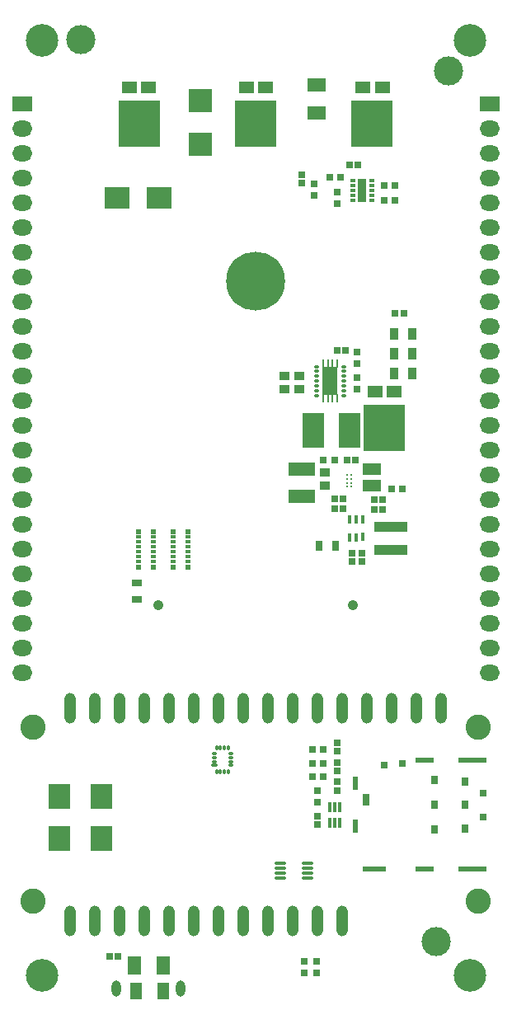
<source format=gbs>
G04*
G04 #@! TF.GenerationSoftware,Altium Limited,Altium Designer,22.4.2 (48)*
G04*
G04 Layer_Color=16711935*
%FSLAX25Y25*%
%MOIN*%
G70*
G04*
G04 #@! TF.SameCoordinates,63F2D315-15D7-4541-B076-0863086383BD*
G04*
G04*
G04 #@! TF.FilePolarity,Negative*
G04*
G01*
G75*
%ADD39C,0.11811*%
G04:AMPARAMS|DCode=40|XSize=47.64mil|YSize=124.02mil|CornerRadius=23.82mil|HoleSize=0mil|Usage=FLASHONLY|Rotation=0.000|XOffset=0mil|YOffset=0mil|HoleType=Round|Shape=RoundedRectangle|*
%AMROUNDEDRECTD40*
21,1,0.04764,0.07638,0,0,0.0*
21,1,0.00000,0.12402,0,0,0.0*
1,1,0.04764,0.00000,-0.03819*
1,1,0.04764,0.00000,-0.03819*
1,1,0.04764,0.00000,0.03819*
1,1,0.04764,0.00000,0.03819*
%
%ADD40ROUNDEDRECTD40*%
G04:AMPARAMS|DCode=41|XSize=45.28mil|YSize=124.02mil|CornerRadius=22.64mil|HoleSize=0mil|Usage=FLASHONLY|Rotation=0.000|XOffset=0mil|YOffset=0mil|HoleType=Round|Shape=RoundedRectangle|*
%AMROUNDEDRECTD41*
21,1,0.04528,0.07874,0,0,0.0*
21,1,0.00000,0.12402,0,0,0.0*
1,1,0.04528,0.00000,-0.03937*
1,1,0.04528,0.00000,-0.03937*
1,1,0.04528,0.00000,0.03937*
1,1,0.04528,0.00000,0.03937*
%
%ADD41ROUNDEDRECTD41*%
%ADD42C,0.04134*%
%ADD43O,0.03740X0.06496*%
%ADD44C,0.23819*%
%ADD45O,0.08071X0.06496*%
%ADD46R,0.08071X0.06496*%
%ADD47C,0.10197*%
%ADD48C,0.13189*%
%ADD114R,0.04134X0.03740*%
%ADD115R,0.09252X0.09252*%
%ADD116R,0.02165X0.01181*%
%ADD117R,0.03504X0.09646*%
%ADD118R,0.08858X0.13976*%
%ADD119C,0.01161*%
%ADD120R,0.16535X0.18504*%
%ADD121R,0.05906X0.04724*%
%ADD122O,0.02559X0.01142*%
%ADD123R,0.06417X0.11417*%
%ADD124R,0.00984X0.03248*%
%ADD125R,0.01378X0.04095*%
G04:AMPARAMS|DCode=126|XSize=46.06mil|YSize=12.6mil|CornerRadius=2.31mil|HoleSize=0mil|Usage=FLASHONLY|Rotation=0.000|XOffset=0mil|YOffset=0mil|HoleType=Round|Shape=RoundedRectangle|*
%AMROUNDEDRECTD126*
21,1,0.04606,0.00797,0,0,0.0*
21,1,0.04144,0.01260,0,0,0.0*
1,1,0.00463,0.02072,-0.00399*
1,1,0.00463,-0.02072,-0.00399*
1,1,0.00463,-0.02072,0.00399*
1,1,0.00463,0.02072,0.00399*
%
%ADD126ROUNDEDRECTD126*%
%ADD127R,0.02221X0.01925*%
%ADD128R,0.02221X0.01236*%
%ADD129R,0.04921X0.06693*%
G04:AMPARAMS|DCode=130|XSize=20.2mil|YSize=10.63mil|CornerRadius=2.07mil|HoleSize=0mil|Usage=FLASHONLY|Rotation=0.000|XOffset=0mil|YOffset=0mil|HoleType=Round|Shape=RoundedRectangle|*
%AMROUNDEDRECTD130*
21,1,0.02020,0.00650,0,0,0.0*
21,1,0.01606,0.01063,0,0,0.0*
1,1,0.00413,0.00803,-0.00325*
1,1,0.00413,-0.00803,-0.00325*
1,1,0.00413,-0.00803,0.00325*
1,1,0.00413,0.00803,0.00325*
%
%ADD130ROUNDEDRECTD130*%
G04:AMPARAMS|DCode=131|XSize=24.1mil|YSize=10.83mil|CornerRadius=2.09mil|HoleSize=0mil|Usage=FLASHONLY|Rotation=0.000|XOffset=0mil|YOffset=0mil|HoleType=Round|Shape=RoundedRectangle|*
%AMROUNDEDRECTD131*
21,1,0.02410,0.00664,0,0,0.0*
21,1,0.01991,0.01083,0,0,0.0*
1,1,0.00418,0.00996,-0.00332*
1,1,0.00418,-0.00996,-0.00332*
1,1,0.00418,-0.00996,0.00332*
1,1,0.00418,0.00996,0.00332*
%
%ADD131ROUNDEDRECTD131*%
G04:AMPARAMS|DCode=132|XSize=20.2mil|YSize=10.63mil|CornerRadius=2.07mil|HoleSize=0mil|Usage=FLASHONLY|Rotation=270.000|XOffset=0mil|YOffset=0mil|HoleType=Round|Shape=RoundedRectangle|*
%AMROUNDEDRECTD132*
21,1,0.02020,0.00650,0,0,270.0*
21,1,0.01606,0.01063,0,0,270.0*
1,1,0.00413,-0.00325,-0.00803*
1,1,0.00413,-0.00325,0.00803*
1,1,0.00413,0.00325,0.00803*
1,1,0.00413,0.00325,-0.00803*
%
%ADD132ROUNDEDRECTD132*%
%ADD133R,0.01575X0.03740*%
%ADD134R,0.01575X0.03347*%
%ADD135R,0.11614X0.01968*%
%ADD136R,0.02953X0.03740*%
%ADD137R,0.02559X0.02559*%
%ADD138R,0.07677X0.01968*%
%ADD139R,0.09646X0.01968*%
%ADD140R,0.02165X0.05709*%
%ADD141R,0.02756X0.04921*%
%ADD142R,0.02953X0.03150*%
%ADD143R,0.02953X0.02953*%
%ADD144R,0.13583X0.04055*%
%ADD145R,0.04134X0.02953*%
%ADD146R,0.08661X0.09843*%
%ADD147R,0.03543X0.04528*%
%ADD148R,0.10827X0.05315*%
%ADD149R,0.05315X0.07284*%
%ADD150R,0.02559X0.02717*%
%ADD151R,0.07362X0.04921*%
%ADD152R,0.07284X0.05315*%
%ADD153R,0.02717X0.02559*%
%ADD154R,0.09843X0.08661*%
%ADD155R,0.02953X0.04134*%
%ADD156R,0.02559X0.03150*%
%ADD157R,0.03150X0.02559*%
D39*
X172754Y27500D02*
D03*
X29254Y392000D02*
D03*
X177754Y379500D02*
D03*
D40*
X175000Y121740D02*
D03*
D41*
X115000D02*
D03*
X125000D02*
D03*
X135000D02*
D03*
X145000D02*
D03*
X155000D02*
D03*
X165000D02*
D03*
X105000D02*
D03*
X95000D02*
D03*
X85000D02*
D03*
X75000D02*
D03*
X65000D02*
D03*
X55000D02*
D03*
X45000D02*
D03*
X35000D02*
D03*
X25000D02*
D03*
X135000Y35740D02*
D03*
X25000D02*
D03*
X35000D02*
D03*
X45000D02*
D03*
X55000D02*
D03*
X65000D02*
D03*
X75000D02*
D03*
X85000D02*
D03*
X95000D02*
D03*
X105000D02*
D03*
X115000D02*
D03*
X125000D02*
D03*
D42*
X60630Y163386D02*
D03*
X139370D02*
D03*
D43*
X43701Y8268D02*
D03*
X69685D02*
D03*
D44*
X100000Y294291D02*
D03*
D45*
X5512Y136142D02*
D03*
Y146142D02*
D03*
Y156142D02*
D03*
Y166142D02*
D03*
Y176142D02*
D03*
Y186142D02*
D03*
Y196142D02*
D03*
Y206142D02*
D03*
Y216142D02*
D03*
Y226142D02*
D03*
Y236142D02*
D03*
Y246142D02*
D03*
Y256142D02*
D03*
Y266142D02*
D03*
Y276142D02*
D03*
Y286142D02*
D03*
Y296142D02*
D03*
Y306142D02*
D03*
Y316142D02*
D03*
Y326142D02*
D03*
Y336142D02*
D03*
Y346142D02*
D03*
Y356142D02*
D03*
X194488Y136142D02*
D03*
Y146142D02*
D03*
Y156142D02*
D03*
Y166142D02*
D03*
Y176142D02*
D03*
Y186142D02*
D03*
Y196142D02*
D03*
Y206142D02*
D03*
Y216142D02*
D03*
Y226142D02*
D03*
Y236142D02*
D03*
Y246142D02*
D03*
Y256142D02*
D03*
Y266142D02*
D03*
Y276142D02*
D03*
Y286142D02*
D03*
Y296142D02*
D03*
Y306142D02*
D03*
Y316142D02*
D03*
Y326142D02*
D03*
Y336142D02*
D03*
Y346142D02*
D03*
Y356142D02*
D03*
D46*
X5512Y366142D02*
D03*
X194488D02*
D03*
D47*
X10000Y43740D02*
D03*
Y114016D02*
D03*
X190000D02*
D03*
Y43740D02*
D03*
D48*
X186614Y391732D02*
D03*
X13386Y13780D02*
D03*
X186614D02*
D03*
X13386Y391732D02*
D03*
D114*
X128000Y217158D02*
D03*
Y211842D02*
D03*
X117500Y256157D02*
D03*
Y250842D02*
D03*
X111500Y256157D02*
D03*
Y250842D02*
D03*
D115*
X77500Y367358D02*
D03*
Y349642D02*
D03*
D116*
X139260Y334937D02*
D03*
X146740D02*
D03*
X139260Y332968D02*
D03*
X146740D02*
D03*
X139260Y331000D02*
D03*
X146740D02*
D03*
X139260Y329031D02*
D03*
X146740D02*
D03*
X139260Y327063D02*
D03*
X146740D02*
D03*
D117*
X143000Y331000D02*
D03*
D118*
X137784Y234000D02*
D03*
X123216D02*
D03*
D119*
X138500Y216000D02*
D03*
Y214425D02*
D03*
Y212850D02*
D03*
Y211276D02*
D03*
X136925Y216000D02*
D03*
Y214425D02*
D03*
Y212850D02*
D03*
Y211276D02*
D03*
D120*
X146744Y358000D02*
D03*
X152000Y235063D02*
D03*
X52756Y358000D02*
D03*
X100000D02*
D03*
D121*
X151122Y372764D02*
D03*
X143366D02*
D03*
X155878Y249827D02*
D03*
X148122D02*
D03*
X56634Y372764D02*
D03*
X48878D02*
D03*
X96122D02*
D03*
X103878D02*
D03*
D122*
X135512Y259906D02*
D03*
Y257937D02*
D03*
Y255968D02*
D03*
Y254000D02*
D03*
Y252031D02*
D03*
Y250063D02*
D03*
Y248095D02*
D03*
X124488D02*
D03*
Y250063D02*
D03*
Y252031D02*
D03*
Y254000D02*
D03*
Y255968D02*
D03*
Y257937D02*
D03*
Y259906D02*
D03*
D123*
X130000Y254000D02*
D03*
D124*
X127284Y246913D02*
D03*
X129095D02*
D03*
X130905D02*
D03*
X132717D02*
D03*
Y261087D02*
D03*
X130905D02*
D03*
X129095D02*
D03*
X127284D02*
D03*
D125*
X133968Y81669D02*
D03*
X130032D02*
D03*
X132000D02*
D03*
X133968Y75331D02*
D03*
X132000D02*
D03*
X130032D02*
D03*
D126*
X121031Y53047D02*
D03*
Y55016D02*
D03*
Y56984D02*
D03*
Y58953D02*
D03*
X109968D02*
D03*
Y56984D02*
D03*
Y55016D02*
D03*
Y53047D02*
D03*
D127*
X66547Y178766D02*
D03*
Y193234D02*
D03*
X72453D02*
D03*
Y178766D02*
D03*
X52547D02*
D03*
Y193234D02*
D03*
X58453D02*
D03*
Y178766D02*
D03*
D128*
X66547Y181079D02*
D03*
Y188953D02*
D03*
Y183047D02*
D03*
Y185016D02*
D03*
Y186984D02*
D03*
Y190921D02*
D03*
X72453D02*
D03*
Y186984D02*
D03*
Y185016D02*
D03*
Y183047D02*
D03*
Y188953D02*
D03*
Y181079D02*
D03*
X52547D02*
D03*
Y188953D02*
D03*
Y183047D02*
D03*
Y185016D02*
D03*
Y186984D02*
D03*
Y190921D02*
D03*
X58453D02*
D03*
Y186984D02*
D03*
Y185016D02*
D03*
Y183047D02*
D03*
Y188953D02*
D03*
Y181079D02*
D03*
D129*
X51488Y7283D02*
D03*
X62512D02*
D03*
D130*
X89827Y98638D02*
D03*
Y100213D02*
D03*
Y101787D02*
D03*
Y103362D02*
D03*
X83173D02*
D03*
Y101787D02*
D03*
Y100213D02*
D03*
D131*
X83370Y98638D02*
D03*
D132*
X84138Y96098D02*
D03*
X85713D02*
D03*
X87287D02*
D03*
X88862D02*
D03*
Y105902D02*
D03*
X87287D02*
D03*
X85713D02*
D03*
X84138D02*
D03*
D133*
X143059Y190992D02*
D03*
D134*
X140500Y190795D02*
D03*
X137941D02*
D03*
Y198000D02*
D03*
X140500D02*
D03*
X143059D02*
D03*
D135*
X187402Y56693D02*
D03*
Y100689D02*
D03*
D136*
X184646Y72992D02*
D03*
X172165Y72598D02*
D03*
Y82598D02*
D03*
X184646D02*
D03*
Y92205D02*
D03*
X172165Y92598D02*
D03*
D137*
X191929Y77795D02*
D03*
Y87402D02*
D03*
D138*
X168307Y56693D02*
D03*
Y100689D02*
D03*
D139*
X148031Y56693D02*
D03*
D140*
X140354Y73937D02*
D03*
Y91260D02*
D03*
D141*
X144587Y84764D02*
D03*
D142*
X151969Y98721D02*
D03*
D143*
X159055Y99410D02*
D03*
D144*
X154500Y195165D02*
D03*
Y185835D02*
D03*
D145*
X52000Y172346D02*
D03*
Y165654D02*
D03*
D146*
X37500Y85965D02*
D03*
Y69035D02*
D03*
X20500D02*
D03*
Y85965D02*
D03*
D147*
X163142Y257000D02*
D03*
X155858D02*
D03*
X163142Y265000D02*
D03*
X155858D02*
D03*
X163142Y273000D02*
D03*
X155858D02*
D03*
D148*
X118500Y218512D02*
D03*
Y207488D02*
D03*
D149*
X50984Y17857D02*
D03*
X62402D02*
D03*
D150*
X159732Y281500D02*
D03*
X156268D02*
D03*
X141232Y341500D02*
D03*
X137768D02*
D03*
X44232Y21500D02*
D03*
X40768D02*
D03*
X151232Y202000D02*
D03*
X147768D02*
D03*
Y206000D02*
D03*
X151232D02*
D03*
X132768Y266500D02*
D03*
X136232D02*
D03*
X140232Y222000D02*
D03*
X136768D02*
D03*
X135232Y206500D02*
D03*
X131768D02*
D03*
X131768Y202500D02*
D03*
X135232D02*
D03*
D151*
X147000Y211614D02*
D03*
Y218386D02*
D03*
D152*
X124500Y362291D02*
D03*
Y373709D02*
D03*
D153*
X125000Y78232D02*
D03*
Y74768D02*
D03*
X133000Y99732D02*
D03*
Y96268D02*
D03*
Y104268D02*
D03*
Y107732D02*
D03*
Y92000D02*
D03*
Y88535D02*
D03*
X118504Y334095D02*
D03*
Y337559D02*
D03*
X143000Y181000D02*
D03*
Y184465D02*
D03*
X139000D02*
D03*
Y181000D02*
D03*
D154*
X44035Y328000D02*
D03*
X60965D02*
D03*
D155*
X125654Y187500D02*
D03*
X132346D02*
D03*
D156*
X133000Y330264D02*
D03*
Y325736D02*
D03*
X125000Y83736D02*
D03*
Y88264D02*
D03*
X123622Y333760D02*
D03*
Y329232D02*
D03*
X119500Y14736D02*
D03*
Y19264D02*
D03*
X124500Y14736D02*
D03*
Y19264D02*
D03*
X141000Y255264D02*
D03*
Y250736D02*
D03*
Y261236D02*
D03*
Y265764D02*
D03*
D157*
X134264Y336500D02*
D03*
X129736D02*
D03*
X156264Y333000D02*
D03*
X151736D02*
D03*
Y327000D02*
D03*
X156264D02*
D03*
X122736Y99500D02*
D03*
X127264D02*
D03*
X122736Y105000D02*
D03*
X127264D02*
D03*
X122736Y94000D02*
D03*
X127264D02*
D03*
X131764Y222000D02*
D03*
X127236D02*
D03*
X159264Y210500D02*
D03*
X154736D02*
D03*
M02*

</source>
